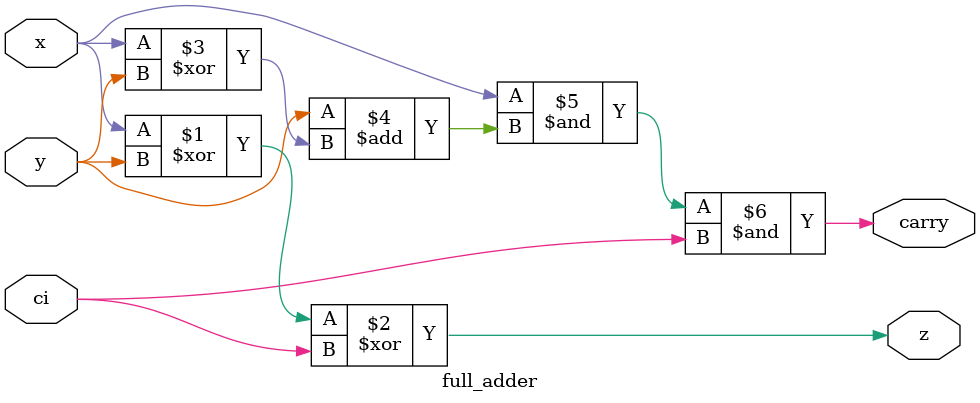
<source format=v>
module full_adder (x,y,ci, z,carry);
  input  x;
  input  y;
  input	ci;
  output z;
  output carry;
  assign z = x ^ y ^ ci;
  assign carry = x & y + (x^y)&ci; 
endmodule 
</source>
